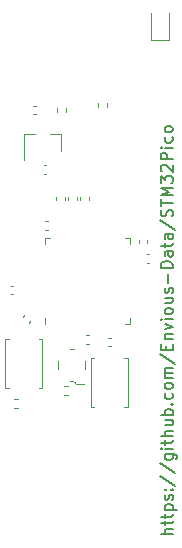
<source format=gto>
G04 #@! TF.GenerationSoftware,KiCad,Pcbnew,(5.1.10)-1*
G04 #@! TF.CreationDate,2021-07-31T08:12:49+01:00*
G04 #@! TF.ProjectId,STM32Pico,53544d33-3250-4696-936f-2e6b69636164,REV1*
G04 #@! TF.SameCoordinates,Original*
G04 #@! TF.FileFunction,Legend,Top*
G04 #@! TF.FilePolarity,Positive*
%FSLAX46Y46*%
G04 Gerber Fmt 4.6, Leading zero omitted, Abs format (unit mm)*
G04 Created by KiCad (PCBNEW (5.1.10)-1) date 2021-07-31 08:12:49*
%MOMM*%
%LPD*%
G01*
G04 APERTURE LIST*
%ADD10C,0.150000*%
%ADD11C,0.120000*%
%ADD12C,0.752000*%
%ADD13O,1.102000X2.202000*%
%ADD14O,1.102000X1.702000*%
%ADD15O,1.802000X1.802000*%
%ADD16C,1.802000*%
G04 APERTURE END LIST*
D10*
X110846240Y-103301115D02*
X109846240Y-103301115D01*
X110846240Y-102872543D02*
X110322431Y-102872543D01*
X110227193Y-102920162D01*
X110179574Y-103015400D01*
X110179574Y-103158258D01*
X110227193Y-103253496D01*
X110274812Y-103301115D01*
X110179574Y-102539210D02*
X110179574Y-102158258D01*
X109846240Y-102396353D02*
X110703383Y-102396353D01*
X110798621Y-102348734D01*
X110846240Y-102253496D01*
X110846240Y-102158258D01*
X110179574Y-101967781D02*
X110179574Y-101586829D01*
X109846240Y-101824924D02*
X110703383Y-101824924D01*
X110798621Y-101777305D01*
X110846240Y-101682067D01*
X110846240Y-101586829D01*
X110179574Y-101253496D02*
X111179574Y-101253496D01*
X110227193Y-101253496D02*
X110179574Y-101158258D01*
X110179574Y-100967781D01*
X110227193Y-100872543D01*
X110274812Y-100824924D01*
X110370050Y-100777305D01*
X110655764Y-100777305D01*
X110751002Y-100824924D01*
X110798621Y-100872543D01*
X110846240Y-100967781D01*
X110846240Y-101158258D01*
X110798621Y-101253496D01*
X110798621Y-100396353D02*
X110846240Y-100301115D01*
X110846240Y-100110639D01*
X110798621Y-100015400D01*
X110703383Y-99967781D01*
X110655764Y-99967781D01*
X110560526Y-100015400D01*
X110512907Y-100110639D01*
X110512907Y-100253496D01*
X110465288Y-100348734D01*
X110370050Y-100396353D01*
X110322431Y-100396353D01*
X110227193Y-100348734D01*
X110179574Y-100253496D01*
X110179574Y-100110639D01*
X110227193Y-100015400D01*
X110751002Y-99539210D02*
X110798621Y-99491591D01*
X110846240Y-99539210D01*
X110798621Y-99586829D01*
X110751002Y-99539210D01*
X110846240Y-99539210D01*
X110227193Y-99539210D02*
X110274812Y-99491591D01*
X110322431Y-99539210D01*
X110274812Y-99586829D01*
X110227193Y-99539210D01*
X110322431Y-99539210D01*
X109798621Y-98348734D02*
X111084336Y-99205877D01*
X109798621Y-97301115D02*
X111084336Y-98158258D01*
X110179574Y-96539210D02*
X110989098Y-96539210D01*
X111084336Y-96586829D01*
X111131955Y-96634448D01*
X111179574Y-96729686D01*
X111179574Y-96872543D01*
X111131955Y-96967781D01*
X110798621Y-96539210D02*
X110846240Y-96634448D01*
X110846240Y-96824924D01*
X110798621Y-96920162D01*
X110751002Y-96967781D01*
X110655764Y-97015400D01*
X110370050Y-97015400D01*
X110274812Y-96967781D01*
X110227193Y-96920162D01*
X110179574Y-96824924D01*
X110179574Y-96634448D01*
X110227193Y-96539210D01*
X110846240Y-96063020D02*
X110179574Y-96063020D01*
X109846240Y-96063020D02*
X109893860Y-96110639D01*
X109941479Y-96063020D01*
X109893860Y-96015400D01*
X109846240Y-96063020D01*
X109941479Y-96063020D01*
X110179574Y-95729686D02*
X110179574Y-95348734D01*
X109846240Y-95586829D02*
X110703383Y-95586829D01*
X110798621Y-95539210D01*
X110846240Y-95443972D01*
X110846240Y-95348734D01*
X110846240Y-95015400D02*
X109846240Y-95015400D01*
X110846240Y-94586829D02*
X110322431Y-94586829D01*
X110227193Y-94634448D01*
X110179574Y-94729686D01*
X110179574Y-94872543D01*
X110227193Y-94967781D01*
X110274812Y-95015400D01*
X110179574Y-93682067D02*
X110846240Y-93682067D01*
X110179574Y-94110639D02*
X110703383Y-94110639D01*
X110798621Y-94063020D01*
X110846240Y-93967781D01*
X110846240Y-93824924D01*
X110798621Y-93729686D01*
X110751002Y-93682067D01*
X110846240Y-93205877D02*
X109846240Y-93205877D01*
X110227193Y-93205877D02*
X110179574Y-93110639D01*
X110179574Y-92920162D01*
X110227193Y-92824924D01*
X110274812Y-92777305D01*
X110370050Y-92729686D01*
X110655764Y-92729686D01*
X110751002Y-92777305D01*
X110798621Y-92824924D01*
X110846240Y-92920162D01*
X110846240Y-93110639D01*
X110798621Y-93205877D01*
X110751002Y-92301115D02*
X110798621Y-92253496D01*
X110846240Y-92301115D01*
X110798621Y-92348734D01*
X110751002Y-92301115D01*
X110846240Y-92301115D01*
X110798621Y-91396353D02*
X110846240Y-91491591D01*
X110846240Y-91682067D01*
X110798621Y-91777305D01*
X110751002Y-91824924D01*
X110655764Y-91872543D01*
X110370050Y-91872543D01*
X110274812Y-91824924D01*
X110227193Y-91777305D01*
X110179574Y-91682067D01*
X110179574Y-91491591D01*
X110227193Y-91396353D01*
X110846240Y-90824924D02*
X110798621Y-90920162D01*
X110751002Y-90967781D01*
X110655764Y-91015400D01*
X110370050Y-91015400D01*
X110274812Y-90967781D01*
X110227193Y-90920162D01*
X110179574Y-90824924D01*
X110179574Y-90682067D01*
X110227193Y-90586829D01*
X110274812Y-90539210D01*
X110370050Y-90491591D01*
X110655764Y-90491591D01*
X110751002Y-90539210D01*
X110798621Y-90586829D01*
X110846240Y-90682067D01*
X110846240Y-90824924D01*
X110846240Y-90063020D02*
X110179574Y-90063020D01*
X110274812Y-90063020D02*
X110227193Y-90015400D01*
X110179574Y-89920162D01*
X110179574Y-89777305D01*
X110227193Y-89682067D01*
X110322431Y-89634448D01*
X110846240Y-89634448D01*
X110322431Y-89634448D02*
X110227193Y-89586829D01*
X110179574Y-89491591D01*
X110179574Y-89348734D01*
X110227193Y-89253496D01*
X110322431Y-89205877D01*
X110846240Y-89205877D01*
X109798621Y-88015400D02*
X111084336Y-88872543D01*
X110322431Y-87682067D02*
X110322431Y-87348734D01*
X110846240Y-87205877D02*
X110846240Y-87682067D01*
X109846240Y-87682067D01*
X109846240Y-87205877D01*
X110179574Y-86777305D02*
X110846240Y-86777305D01*
X110274812Y-86777305D02*
X110227193Y-86729686D01*
X110179574Y-86634448D01*
X110179574Y-86491591D01*
X110227193Y-86396353D01*
X110322431Y-86348734D01*
X110846240Y-86348734D01*
X110179574Y-85967781D02*
X110846240Y-85729686D01*
X110179574Y-85491591D01*
X110846240Y-85110639D02*
X110179574Y-85110639D01*
X109846240Y-85110639D02*
X109893860Y-85158258D01*
X109941479Y-85110639D01*
X109893860Y-85063020D01*
X109846240Y-85110639D01*
X109941479Y-85110639D01*
X110846240Y-84491591D02*
X110798621Y-84586829D01*
X110751002Y-84634448D01*
X110655764Y-84682067D01*
X110370050Y-84682067D01*
X110274812Y-84634448D01*
X110227193Y-84586829D01*
X110179574Y-84491591D01*
X110179574Y-84348734D01*
X110227193Y-84253496D01*
X110274812Y-84205877D01*
X110370050Y-84158258D01*
X110655764Y-84158258D01*
X110751002Y-84205877D01*
X110798621Y-84253496D01*
X110846240Y-84348734D01*
X110846240Y-84491591D01*
X110179574Y-83301115D02*
X110846240Y-83301115D01*
X110179574Y-83729686D02*
X110703383Y-83729686D01*
X110798621Y-83682067D01*
X110846240Y-83586829D01*
X110846240Y-83443972D01*
X110798621Y-83348734D01*
X110751002Y-83301115D01*
X110798621Y-82872543D02*
X110846240Y-82777305D01*
X110846240Y-82586829D01*
X110798621Y-82491591D01*
X110703383Y-82443972D01*
X110655764Y-82443972D01*
X110560526Y-82491591D01*
X110512907Y-82586829D01*
X110512907Y-82729686D01*
X110465288Y-82824924D01*
X110370050Y-82872543D01*
X110322431Y-82872543D01*
X110227193Y-82824924D01*
X110179574Y-82729686D01*
X110179574Y-82586829D01*
X110227193Y-82491591D01*
X110465288Y-82015400D02*
X110465288Y-81253496D01*
X110846240Y-80777305D02*
X109846240Y-80777305D01*
X109846240Y-80539210D01*
X109893860Y-80396353D01*
X109989098Y-80301115D01*
X110084336Y-80253496D01*
X110274812Y-80205877D01*
X110417669Y-80205877D01*
X110608145Y-80253496D01*
X110703383Y-80301115D01*
X110798621Y-80396353D01*
X110846240Y-80539210D01*
X110846240Y-80777305D01*
X110846240Y-79348734D02*
X110322431Y-79348734D01*
X110227193Y-79396353D01*
X110179574Y-79491591D01*
X110179574Y-79682067D01*
X110227193Y-79777305D01*
X110798621Y-79348734D02*
X110846240Y-79443972D01*
X110846240Y-79682067D01*
X110798621Y-79777305D01*
X110703383Y-79824924D01*
X110608145Y-79824924D01*
X110512907Y-79777305D01*
X110465288Y-79682067D01*
X110465288Y-79443972D01*
X110417669Y-79348734D01*
X110179574Y-79015400D02*
X110179574Y-78634448D01*
X109846240Y-78872543D02*
X110703383Y-78872543D01*
X110798621Y-78824924D01*
X110846240Y-78729686D01*
X110846240Y-78634448D01*
X110846240Y-77872543D02*
X110322431Y-77872543D01*
X110227193Y-77920162D01*
X110179574Y-78015400D01*
X110179574Y-78205877D01*
X110227193Y-78301115D01*
X110798621Y-77872543D02*
X110846240Y-77967781D01*
X110846240Y-78205877D01*
X110798621Y-78301115D01*
X110703383Y-78348734D01*
X110608145Y-78348734D01*
X110512907Y-78301115D01*
X110465288Y-78205877D01*
X110465288Y-77967781D01*
X110417669Y-77872543D01*
X109798621Y-76682067D02*
X111084336Y-77539210D01*
X110798621Y-76396353D02*
X110846240Y-76253496D01*
X110846240Y-76015400D01*
X110798621Y-75920162D01*
X110751002Y-75872543D01*
X110655764Y-75824924D01*
X110560526Y-75824924D01*
X110465288Y-75872543D01*
X110417669Y-75920162D01*
X110370050Y-76015400D01*
X110322431Y-76205877D01*
X110274812Y-76301115D01*
X110227193Y-76348734D01*
X110131955Y-76396353D01*
X110036717Y-76396353D01*
X109941479Y-76348734D01*
X109893860Y-76301115D01*
X109846240Y-76205877D01*
X109846240Y-75967781D01*
X109893860Y-75824924D01*
X109846240Y-75539210D02*
X109846240Y-74967781D01*
X110846240Y-75253496D02*
X109846240Y-75253496D01*
X110846240Y-74634448D02*
X109846240Y-74634448D01*
X110560526Y-74301115D01*
X109846240Y-73967781D01*
X110846240Y-73967781D01*
X109846240Y-73586829D02*
X109846240Y-72967781D01*
X110227193Y-73301115D01*
X110227193Y-73158258D01*
X110274812Y-73063020D01*
X110322431Y-73015400D01*
X110417669Y-72967781D01*
X110655764Y-72967781D01*
X110751002Y-73015400D01*
X110798621Y-73063020D01*
X110846240Y-73158258D01*
X110846240Y-73443972D01*
X110798621Y-73539210D01*
X110751002Y-73586829D01*
X109941479Y-72586829D02*
X109893860Y-72539210D01*
X109846240Y-72443972D01*
X109846240Y-72205877D01*
X109893860Y-72110639D01*
X109941479Y-72063020D01*
X110036717Y-72015400D01*
X110131955Y-72015400D01*
X110274812Y-72063020D01*
X110846240Y-72634448D01*
X110846240Y-72015400D01*
X110846240Y-71586829D02*
X109846240Y-71586829D01*
X109846240Y-71205877D01*
X109893860Y-71110639D01*
X109941479Y-71063020D01*
X110036717Y-71015400D01*
X110179574Y-71015400D01*
X110274812Y-71063020D01*
X110322431Y-71110639D01*
X110370050Y-71205877D01*
X110370050Y-71586829D01*
X110846240Y-70586829D02*
X110179574Y-70586829D01*
X109846240Y-70586829D02*
X109893860Y-70634448D01*
X109941479Y-70586829D01*
X109893860Y-70539210D01*
X109846240Y-70586829D01*
X109941479Y-70586829D01*
X110798621Y-69682067D02*
X110846240Y-69777305D01*
X110846240Y-69967781D01*
X110798621Y-70063020D01*
X110751002Y-70110639D01*
X110655764Y-70158258D01*
X110370050Y-70158258D01*
X110274812Y-70110639D01*
X110227193Y-70063020D01*
X110179574Y-69967781D01*
X110179574Y-69777305D01*
X110227193Y-69682067D01*
X110846240Y-69110639D02*
X110798621Y-69205877D01*
X110751002Y-69253496D01*
X110655764Y-69301115D01*
X110370050Y-69301115D01*
X110274812Y-69253496D01*
X110227193Y-69205877D01*
X110179574Y-69110639D01*
X110179574Y-68967781D01*
X110227193Y-68872543D01*
X110274812Y-68824924D01*
X110370050Y-68777305D01*
X110655764Y-68777305D01*
X110751002Y-68824924D01*
X110798621Y-68872543D01*
X110846240Y-68967781D01*
X110846240Y-69110639D01*
D11*
X103914040Y-92575480D02*
X103914040Y-88435480D01*
X106754040Y-88435480D02*
X107054040Y-88435480D01*
X107054040Y-88435480D02*
X107054040Y-92575480D01*
X104214040Y-92575480D02*
X103914040Y-92575480D01*
X107054040Y-92575480D02*
X106754040Y-92575480D01*
X103914040Y-88435480D02*
X104214040Y-88435480D01*
X99799800Y-86792100D02*
X99799800Y-90932100D01*
X96959800Y-90932100D02*
X96659800Y-90932100D01*
X96659800Y-90932100D02*
X96659800Y-86792100D01*
X99499800Y-86792100D02*
X99799800Y-86792100D01*
X96659800Y-86792100D02*
X96959800Y-86792100D01*
X99799800Y-90932100D02*
X99499800Y-90932100D01*
X102463800Y-87644340D02*
X102123800Y-87644340D01*
X102453800Y-90364340D02*
X102123800Y-90364340D01*
X101183800Y-88684340D02*
X101183800Y-89324340D01*
X103403800Y-88684340D02*
X103403800Y-89324340D01*
X102673800Y-90564340D02*
X103363800Y-90564340D01*
X102673800Y-90564340D02*
G75*
G02*
X102453800Y-90364340I90000J320000D01*
G01*
X101435400Y-69433100D02*
X100505400Y-69433100D01*
X98275400Y-69433100D02*
X99205400Y-69433100D01*
X98275400Y-69433100D02*
X98275400Y-71593100D01*
X101435400Y-69433100D02*
X101435400Y-70893100D01*
X100030000Y-78739560D02*
X100030000Y-78264560D01*
X100030000Y-78264560D02*
X100505000Y-78264560D01*
X107250000Y-85009560D02*
X107250000Y-85484560D01*
X107250000Y-85484560D02*
X106775000Y-85484560D01*
X107250000Y-78739560D02*
X107250000Y-78264560D01*
X107250000Y-78264560D02*
X106775000Y-78264560D01*
X100030000Y-85009560D02*
X100030000Y-85484560D01*
X97748441Y-92607600D02*
X97441159Y-92607600D01*
X97748441Y-91847600D02*
X97441159Y-91847600D01*
X101990241Y-91566200D02*
X101682959Y-91566200D01*
X101990241Y-90806200D02*
X101682959Y-90806200D01*
X101759400Y-74725759D02*
X101759400Y-75033041D01*
X100999400Y-74725759D02*
X100999400Y-75033041D01*
X103031400Y-75033041D02*
X103031400Y-74725759D01*
X103791400Y-75033041D02*
X103791400Y-74725759D01*
X102015400Y-75033041D02*
X102015400Y-74725759D01*
X102775400Y-75033041D02*
X102775400Y-74725759D01*
X101080680Y-67575601D02*
X101080680Y-67268319D01*
X101840680Y-67575601D02*
X101840680Y-67268319D01*
X104514760Y-67103161D02*
X104514760Y-66795879D01*
X105274760Y-67103161D02*
X105274760Y-66795879D01*
X109051800Y-59195000D02*
X109051800Y-61480000D01*
X109051800Y-61480000D02*
X110521800Y-61480000D01*
X110521800Y-61480000D02*
X110521800Y-59195000D01*
X103727516Y-87177400D02*
X103511844Y-87177400D01*
X103727516Y-86457400D02*
X103511844Y-86457400D01*
X97372436Y-82986400D02*
X97156764Y-82986400D01*
X97372436Y-82266400D02*
X97156764Y-82266400D01*
X108699000Y-78429164D02*
X108699000Y-78644836D01*
X107979000Y-78429164D02*
X107979000Y-78644836D01*
X99023664Y-67039100D02*
X99239336Y-67039100D01*
X99023664Y-67759100D02*
X99239336Y-67759100D01*
X98142830Y-84896653D02*
X98295333Y-84744150D01*
X98651947Y-85405770D02*
X98804450Y-85253267D01*
X100268036Y-77550800D02*
X100052364Y-77550800D01*
X100268036Y-76830800D02*
X100052364Y-76830800D01*
X99925364Y-72055600D02*
X100141036Y-72055600D01*
X99925364Y-72775600D02*
X100141036Y-72775600D01*
X105411764Y-86686000D02*
X105627436Y-86686000D01*
X105411764Y-87406000D02*
X105627436Y-87406000D01*
X108853236Y-80344800D02*
X108637564Y-80344800D01*
X108853236Y-79624800D02*
X108637564Y-79624800D01*
%LPC*%
G36*
G01*
X100766000Y-64247200D02*
X100766000Y-65697200D01*
G75*
G02*
X100715000Y-65748200I-51000J0D01*
G01*
X100115000Y-65748200D01*
G75*
G02*
X100064000Y-65697200I0J51000D01*
G01*
X100064000Y-64247200D01*
G75*
G02*
X100115000Y-64196200I51000J0D01*
G01*
X100715000Y-64196200D01*
G75*
G02*
X100766000Y-64247200I0J-51000D01*
G01*
G37*
G36*
G01*
X107216000Y-64247200D02*
X107216000Y-65697200D01*
G75*
G02*
X107165000Y-65748200I-51000J0D01*
G01*
X106565000Y-65748200D01*
G75*
G02*
X106514000Y-65697200I0J51000D01*
G01*
X106514000Y-64247200D01*
G75*
G02*
X106565000Y-64196200I51000J0D01*
G01*
X107165000Y-64196200D01*
G75*
G02*
X107216000Y-64247200I0J-51000D01*
G01*
G37*
G36*
G01*
X101541000Y-64247200D02*
X101541000Y-65697200D01*
G75*
G02*
X101490000Y-65748200I-51000J0D01*
G01*
X100890000Y-65748200D01*
G75*
G02*
X100839000Y-65697200I0J51000D01*
G01*
X100839000Y-64247200D01*
G75*
G02*
X100890000Y-64196200I51000J0D01*
G01*
X101490000Y-64196200D01*
G75*
G02*
X101541000Y-64247200I0J-51000D01*
G01*
G37*
G36*
G01*
X106441000Y-64247200D02*
X106441000Y-65697200D01*
G75*
G02*
X106390000Y-65748200I-51000J0D01*
G01*
X105790000Y-65748200D01*
G75*
G02*
X105739000Y-65697200I0J51000D01*
G01*
X105739000Y-64247200D01*
G75*
G02*
X105790000Y-64196200I51000J0D01*
G01*
X106390000Y-64196200D01*
G75*
G02*
X106441000Y-64247200I0J-51000D01*
G01*
G37*
G36*
G01*
X105591000Y-64247200D02*
X105591000Y-65697200D01*
G75*
G02*
X105540000Y-65748200I-51000J0D01*
G01*
X105240000Y-65748200D01*
G75*
G02*
X105189000Y-65697200I0J51000D01*
G01*
X105189000Y-64247200D01*
G75*
G02*
X105240000Y-64196200I51000J0D01*
G01*
X105540000Y-64196200D01*
G75*
G02*
X105591000Y-64247200I0J-51000D01*
G01*
G37*
G36*
G01*
X102091000Y-64247200D02*
X102091000Y-65697200D01*
G75*
G02*
X102040000Y-65748200I-51000J0D01*
G01*
X101740000Y-65748200D01*
G75*
G02*
X101689000Y-65697200I0J51000D01*
G01*
X101689000Y-64247200D01*
G75*
G02*
X101740000Y-64196200I51000J0D01*
G01*
X102040000Y-64196200D01*
G75*
G02*
X102091000Y-64247200I0J-51000D01*
G01*
G37*
G36*
G01*
X105091000Y-64247200D02*
X105091000Y-65697200D01*
G75*
G02*
X105040000Y-65748200I-51000J0D01*
G01*
X104740000Y-65748200D01*
G75*
G02*
X104689000Y-65697200I0J51000D01*
G01*
X104689000Y-64247200D01*
G75*
G02*
X104740000Y-64196200I51000J0D01*
G01*
X105040000Y-64196200D01*
G75*
G02*
X105091000Y-64247200I0J-51000D01*
G01*
G37*
G36*
G01*
X102591000Y-64247200D02*
X102591000Y-65697200D01*
G75*
G02*
X102540000Y-65748200I-51000J0D01*
G01*
X102240000Y-65748200D01*
G75*
G02*
X102189000Y-65697200I0J51000D01*
G01*
X102189000Y-64247200D01*
G75*
G02*
X102240000Y-64196200I51000J0D01*
G01*
X102540000Y-64196200D01*
G75*
G02*
X102591000Y-64247200I0J-51000D01*
G01*
G37*
G36*
G01*
X104591000Y-64247200D02*
X104591000Y-65697200D01*
G75*
G02*
X104540000Y-65748200I-51000J0D01*
G01*
X104240000Y-65748200D01*
G75*
G02*
X104189000Y-65697200I0J51000D01*
G01*
X104189000Y-64247200D01*
G75*
G02*
X104240000Y-64196200I51000J0D01*
G01*
X104540000Y-64196200D01*
G75*
G02*
X104591000Y-64247200I0J-51000D01*
G01*
G37*
G36*
G01*
X103091000Y-64247200D02*
X103091000Y-65697200D01*
G75*
G02*
X103040000Y-65748200I-51000J0D01*
G01*
X102740000Y-65748200D01*
G75*
G02*
X102689000Y-65697200I0J51000D01*
G01*
X102689000Y-64247200D01*
G75*
G02*
X102740000Y-64196200I51000J0D01*
G01*
X103040000Y-64196200D01*
G75*
G02*
X103091000Y-64247200I0J-51000D01*
G01*
G37*
G36*
G01*
X103591000Y-64247200D02*
X103591000Y-65697200D01*
G75*
G02*
X103540000Y-65748200I-51000J0D01*
G01*
X103240000Y-65748200D01*
G75*
G02*
X103189000Y-65697200I0J51000D01*
G01*
X103189000Y-64247200D01*
G75*
G02*
X103240000Y-64196200I51000J0D01*
G01*
X103540000Y-64196200D01*
G75*
G02*
X103591000Y-64247200I0J-51000D01*
G01*
G37*
G36*
G01*
X104091000Y-64247200D02*
X104091000Y-65697200D01*
G75*
G02*
X104040000Y-65748200I-51000J0D01*
G01*
X103740000Y-65748200D01*
G75*
G02*
X103689000Y-65697200I0J51000D01*
G01*
X103689000Y-64247200D01*
G75*
G02*
X103740000Y-64196200I51000J0D01*
G01*
X104040000Y-64196200D01*
G75*
G02*
X104091000Y-64247200I0J-51000D01*
G01*
G37*
D12*
X100750000Y-63527200D03*
X106530000Y-63527200D03*
D13*
X107960000Y-64057200D03*
X99320000Y-64057200D03*
D14*
X107960000Y-59877200D03*
X99320000Y-59877200D03*
G36*
G01*
X106309540Y-93056480D02*
X104658540Y-93056480D01*
G75*
G02*
X104433040Y-92830980I0J225500D01*
G01*
X104433040Y-92379980D01*
G75*
G02*
X104658540Y-92154480I225500J0D01*
G01*
X106309540Y-92154480D01*
G75*
G02*
X106535040Y-92379980I0J-225500D01*
G01*
X106535040Y-92830980D01*
G75*
G02*
X106309540Y-93056480I-225500J0D01*
G01*
G37*
G36*
G01*
X106309540Y-88856480D02*
X104658540Y-88856480D01*
G75*
G02*
X104433040Y-88630980I0J225500D01*
G01*
X104433040Y-88179980D01*
G75*
G02*
X104658540Y-87954480I225500J0D01*
G01*
X106309540Y-87954480D01*
G75*
G02*
X106535040Y-88179980I0J-225500D01*
G01*
X106535040Y-88630980D01*
G75*
G02*
X106309540Y-88856480I-225500J0D01*
G01*
G37*
G36*
G01*
X97404300Y-86311100D02*
X99055300Y-86311100D01*
G75*
G02*
X99280800Y-86536600I0J-225500D01*
G01*
X99280800Y-86987600D01*
G75*
G02*
X99055300Y-87213100I-225500J0D01*
G01*
X97404300Y-87213100D01*
G75*
G02*
X97178800Y-86987600I0J225500D01*
G01*
X97178800Y-86536600D01*
G75*
G02*
X97404300Y-86311100I225500J0D01*
G01*
G37*
G36*
G01*
X97404300Y-90511100D02*
X99055300Y-90511100D01*
G75*
G02*
X99280800Y-90736600I0J-225500D01*
G01*
X99280800Y-91187600D01*
G75*
G02*
X99055300Y-91413100I-225500J0D01*
G01*
X97404300Y-91413100D01*
G75*
G02*
X97178800Y-91187600I0J225500D01*
G01*
X97178800Y-90736600D01*
G75*
G02*
X97404300Y-90511100I225500J0D01*
G01*
G37*
G36*
G01*
X102019800Y-87803840D02*
X102019800Y-88354840D01*
G75*
G02*
X101794300Y-88580340I-225500J0D01*
G01*
X101343300Y-88580340D01*
G75*
G02*
X101117800Y-88354840I0J225500D01*
G01*
X101117800Y-87803840D01*
G75*
G02*
X101343300Y-87578340I225500J0D01*
G01*
X101794300Y-87578340D01*
G75*
G02*
X102019800Y-87803840I0J-225500D01*
G01*
G37*
G36*
G01*
X103469800Y-87803840D02*
X103469800Y-88354840D01*
G75*
G02*
X103244300Y-88580340I-225500J0D01*
G01*
X102793300Y-88580340D01*
G75*
G02*
X102567800Y-88354840I0J225500D01*
G01*
X102567800Y-87803840D01*
G75*
G02*
X102793300Y-87578340I225500J0D01*
G01*
X103244300Y-87578340D01*
G75*
G02*
X103469800Y-87803840I0J-225500D01*
G01*
G37*
G36*
G01*
X102019800Y-89653840D02*
X102019800Y-90204840D01*
G75*
G02*
X101794300Y-90430340I-225500J0D01*
G01*
X101343300Y-90430340D01*
G75*
G02*
X101117800Y-90204840I0J225500D01*
G01*
X101117800Y-89653840D01*
G75*
G02*
X101343300Y-89428340I225500J0D01*
G01*
X101794300Y-89428340D01*
G75*
G02*
X102019800Y-89653840I0J-225500D01*
G01*
G37*
G36*
G01*
X103469800Y-89653840D02*
X103469800Y-90204840D01*
G75*
G02*
X103244300Y-90430340I-225500J0D01*
G01*
X102793300Y-90430340D01*
G75*
G02*
X102567800Y-90204840I0J225500D01*
G01*
X102567800Y-89653840D01*
G75*
G02*
X102793300Y-89428340I225500J0D01*
G01*
X103244300Y-89428340D01*
G75*
G02*
X103469800Y-89653840I0J-225500D01*
G01*
G37*
G36*
G01*
X100255400Y-69694100D02*
X99455400Y-69694100D01*
G75*
G02*
X99404400Y-69643100I0J51000D01*
G01*
X99404400Y-68743100D01*
G75*
G02*
X99455400Y-68692100I51000J0D01*
G01*
X100255400Y-68692100D01*
G75*
G02*
X100306400Y-68743100I0J-51000D01*
G01*
X100306400Y-69643100D01*
G75*
G02*
X100255400Y-69694100I-51000J0D01*
G01*
G37*
G36*
G01*
X101205400Y-71694100D02*
X100405400Y-71694100D01*
G75*
G02*
X100354400Y-71643100I0J51000D01*
G01*
X100354400Y-70743100D01*
G75*
G02*
X100405400Y-70692100I51000J0D01*
G01*
X101205400Y-70692100D01*
G75*
G02*
X101256400Y-70743100I0J-51000D01*
G01*
X101256400Y-71643100D01*
G75*
G02*
X101205400Y-71694100I-51000J0D01*
G01*
G37*
G36*
G01*
X99305400Y-71694100D02*
X98505400Y-71694100D01*
G75*
G02*
X98454400Y-71643100I0J51000D01*
G01*
X98454400Y-70743100D01*
G75*
G02*
X98505400Y-70692100I51000J0D01*
G01*
X99305400Y-70692100D01*
G75*
G02*
X99356400Y-70743100I0J-51000D01*
G01*
X99356400Y-71643100D01*
G75*
G02*
X99305400Y-71694100I-51000J0D01*
G01*
G37*
G36*
G01*
X106440000Y-84725560D02*
X100840000Y-84725560D01*
G75*
G02*
X100789000Y-84674560I0J51000D01*
G01*
X100789000Y-79074560D01*
G75*
G02*
X100840000Y-79023560I51000J0D01*
G01*
X106440000Y-79023560D01*
G75*
G02*
X106491000Y-79074560I0J-51000D01*
G01*
X106491000Y-84674560D01*
G75*
G02*
X106440000Y-84725560I-51000J0D01*
G01*
G37*
G36*
G01*
X100603000Y-84800560D02*
X99802000Y-84800560D01*
G75*
G02*
X99714000Y-84712560I0J88000D01*
G01*
X99714000Y-84536560D01*
G75*
G02*
X99802000Y-84448560I88000J0D01*
G01*
X100603000Y-84448560D01*
G75*
G02*
X100691000Y-84536560I0J-88000D01*
G01*
X100691000Y-84712560D01*
G75*
G02*
X100603000Y-84800560I-88000J0D01*
G01*
G37*
G36*
G01*
X100603000Y-84300560D02*
X99802000Y-84300560D01*
G75*
G02*
X99714000Y-84212560I0J88000D01*
G01*
X99714000Y-84036560D01*
G75*
G02*
X99802000Y-83948560I88000J0D01*
G01*
X100603000Y-83948560D01*
G75*
G02*
X100691000Y-84036560I0J-88000D01*
G01*
X100691000Y-84212560D01*
G75*
G02*
X100603000Y-84300560I-88000J0D01*
G01*
G37*
G36*
G01*
X100603000Y-83800560D02*
X99802000Y-83800560D01*
G75*
G02*
X99714000Y-83712560I0J88000D01*
G01*
X99714000Y-83536560D01*
G75*
G02*
X99802000Y-83448560I88000J0D01*
G01*
X100603000Y-83448560D01*
G75*
G02*
X100691000Y-83536560I0J-88000D01*
G01*
X100691000Y-83712560D01*
G75*
G02*
X100603000Y-83800560I-88000J0D01*
G01*
G37*
G36*
G01*
X100603000Y-83300560D02*
X99802000Y-83300560D01*
G75*
G02*
X99714000Y-83212560I0J88000D01*
G01*
X99714000Y-83036560D01*
G75*
G02*
X99802000Y-82948560I88000J0D01*
G01*
X100603000Y-82948560D01*
G75*
G02*
X100691000Y-83036560I0J-88000D01*
G01*
X100691000Y-83212560D01*
G75*
G02*
X100603000Y-83300560I-88000J0D01*
G01*
G37*
G36*
G01*
X100603000Y-82800560D02*
X99802000Y-82800560D01*
G75*
G02*
X99714000Y-82712560I0J88000D01*
G01*
X99714000Y-82536560D01*
G75*
G02*
X99802000Y-82448560I88000J0D01*
G01*
X100603000Y-82448560D01*
G75*
G02*
X100691000Y-82536560I0J-88000D01*
G01*
X100691000Y-82712560D01*
G75*
G02*
X100603000Y-82800560I-88000J0D01*
G01*
G37*
G36*
G01*
X100603000Y-82300560D02*
X99802000Y-82300560D01*
G75*
G02*
X99714000Y-82212560I0J88000D01*
G01*
X99714000Y-82036560D01*
G75*
G02*
X99802000Y-81948560I88000J0D01*
G01*
X100603000Y-81948560D01*
G75*
G02*
X100691000Y-82036560I0J-88000D01*
G01*
X100691000Y-82212560D01*
G75*
G02*
X100603000Y-82300560I-88000J0D01*
G01*
G37*
G36*
G01*
X100603000Y-81800560D02*
X99802000Y-81800560D01*
G75*
G02*
X99714000Y-81712560I0J88000D01*
G01*
X99714000Y-81536560D01*
G75*
G02*
X99802000Y-81448560I88000J0D01*
G01*
X100603000Y-81448560D01*
G75*
G02*
X100691000Y-81536560I0J-88000D01*
G01*
X100691000Y-81712560D01*
G75*
G02*
X100603000Y-81800560I-88000J0D01*
G01*
G37*
G36*
G01*
X100603000Y-81300560D02*
X99802000Y-81300560D01*
G75*
G02*
X99714000Y-81212560I0J88000D01*
G01*
X99714000Y-81036560D01*
G75*
G02*
X99802000Y-80948560I88000J0D01*
G01*
X100603000Y-80948560D01*
G75*
G02*
X100691000Y-81036560I0J-88000D01*
G01*
X100691000Y-81212560D01*
G75*
G02*
X100603000Y-81300560I-88000J0D01*
G01*
G37*
G36*
G01*
X100603000Y-80800560D02*
X99802000Y-80800560D01*
G75*
G02*
X99714000Y-80712560I0J88000D01*
G01*
X99714000Y-80536560D01*
G75*
G02*
X99802000Y-80448560I88000J0D01*
G01*
X100603000Y-80448560D01*
G75*
G02*
X100691000Y-80536560I0J-88000D01*
G01*
X100691000Y-80712560D01*
G75*
G02*
X100603000Y-80800560I-88000J0D01*
G01*
G37*
G36*
G01*
X100603000Y-80300560D02*
X99802000Y-80300560D01*
G75*
G02*
X99714000Y-80212560I0J88000D01*
G01*
X99714000Y-80036560D01*
G75*
G02*
X99802000Y-79948560I88000J0D01*
G01*
X100603000Y-79948560D01*
G75*
G02*
X100691000Y-80036560I0J-88000D01*
G01*
X100691000Y-80212560D01*
G75*
G02*
X100603000Y-80300560I-88000J0D01*
G01*
G37*
G36*
G01*
X100603000Y-79800560D02*
X99802000Y-79800560D01*
G75*
G02*
X99714000Y-79712560I0J88000D01*
G01*
X99714000Y-79536560D01*
G75*
G02*
X99802000Y-79448560I88000J0D01*
G01*
X100603000Y-79448560D01*
G75*
G02*
X100691000Y-79536560I0J-88000D01*
G01*
X100691000Y-79712560D01*
G75*
G02*
X100603000Y-79800560I-88000J0D01*
G01*
G37*
G36*
G01*
X100603000Y-79300560D02*
X99802000Y-79300560D01*
G75*
G02*
X99714000Y-79212560I0J88000D01*
G01*
X99714000Y-79036560D01*
G75*
G02*
X99802000Y-78948560I88000J0D01*
G01*
X100603000Y-78948560D01*
G75*
G02*
X100691000Y-79036560I0J-88000D01*
G01*
X100691000Y-79212560D01*
G75*
G02*
X100603000Y-79300560I-88000J0D01*
G01*
G37*
G36*
G01*
X100978000Y-78925560D02*
X100802000Y-78925560D01*
G75*
G02*
X100714000Y-78837560I0J88000D01*
G01*
X100714000Y-78036560D01*
G75*
G02*
X100802000Y-77948560I88000J0D01*
G01*
X100978000Y-77948560D01*
G75*
G02*
X101066000Y-78036560I0J-88000D01*
G01*
X101066000Y-78837560D01*
G75*
G02*
X100978000Y-78925560I-88000J0D01*
G01*
G37*
G36*
G01*
X101478000Y-78925560D02*
X101302000Y-78925560D01*
G75*
G02*
X101214000Y-78837560I0J88000D01*
G01*
X101214000Y-78036560D01*
G75*
G02*
X101302000Y-77948560I88000J0D01*
G01*
X101478000Y-77948560D01*
G75*
G02*
X101566000Y-78036560I0J-88000D01*
G01*
X101566000Y-78837560D01*
G75*
G02*
X101478000Y-78925560I-88000J0D01*
G01*
G37*
G36*
G01*
X101978000Y-78925560D02*
X101802000Y-78925560D01*
G75*
G02*
X101714000Y-78837560I0J88000D01*
G01*
X101714000Y-78036560D01*
G75*
G02*
X101802000Y-77948560I88000J0D01*
G01*
X101978000Y-77948560D01*
G75*
G02*
X102066000Y-78036560I0J-88000D01*
G01*
X102066000Y-78837560D01*
G75*
G02*
X101978000Y-78925560I-88000J0D01*
G01*
G37*
G36*
G01*
X102478000Y-78925560D02*
X102302000Y-78925560D01*
G75*
G02*
X102214000Y-78837560I0J88000D01*
G01*
X102214000Y-78036560D01*
G75*
G02*
X102302000Y-77948560I88000J0D01*
G01*
X102478000Y-77948560D01*
G75*
G02*
X102566000Y-78036560I0J-88000D01*
G01*
X102566000Y-78837560D01*
G75*
G02*
X102478000Y-78925560I-88000J0D01*
G01*
G37*
G36*
G01*
X102978000Y-78925560D02*
X102802000Y-78925560D01*
G75*
G02*
X102714000Y-78837560I0J88000D01*
G01*
X102714000Y-78036560D01*
G75*
G02*
X102802000Y-77948560I88000J0D01*
G01*
X102978000Y-77948560D01*
G75*
G02*
X103066000Y-78036560I0J-88000D01*
G01*
X103066000Y-78837560D01*
G75*
G02*
X102978000Y-78925560I-88000J0D01*
G01*
G37*
G36*
G01*
X103478000Y-78925560D02*
X103302000Y-78925560D01*
G75*
G02*
X103214000Y-78837560I0J88000D01*
G01*
X103214000Y-78036560D01*
G75*
G02*
X103302000Y-77948560I88000J0D01*
G01*
X103478000Y-77948560D01*
G75*
G02*
X103566000Y-78036560I0J-88000D01*
G01*
X103566000Y-78837560D01*
G75*
G02*
X103478000Y-78925560I-88000J0D01*
G01*
G37*
G36*
G01*
X103978000Y-78925560D02*
X103802000Y-78925560D01*
G75*
G02*
X103714000Y-78837560I0J88000D01*
G01*
X103714000Y-78036560D01*
G75*
G02*
X103802000Y-77948560I88000J0D01*
G01*
X103978000Y-77948560D01*
G75*
G02*
X104066000Y-78036560I0J-88000D01*
G01*
X104066000Y-78837560D01*
G75*
G02*
X103978000Y-78925560I-88000J0D01*
G01*
G37*
G36*
G01*
X104478000Y-78925560D02*
X104302000Y-78925560D01*
G75*
G02*
X104214000Y-78837560I0J88000D01*
G01*
X104214000Y-78036560D01*
G75*
G02*
X104302000Y-77948560I88000J0D01*
G01*
X104478000Y-77948560D01*
G75*
G02*
X104566000Y-78036560I0J-88000D01*
G01*
X104566000Y-78837560D01*
G75*
G02*
X104478000Y-78925560I-88000J0D01*
G01*
G37*
G36*
G01*
X104978000Y-78925560D02*
X104802000Y-78925560D01*
G75*
G02*
X104714000Y-78837560I0J88000D01*
G01*
X104714000Y-78036560D01*
G75*
G02*
X104802000Y-77948560I88000J0D01*
G01*
X104978000Y-77948560D01*
G75*
G02*
X105066000Y-78036560I0J-88000D01*
G01*
X105066000Y-78837560D01*
G75*
G02*
X104978000Y-78925560I-88000J0D01*
G01*
G37*
G36*
G01*
X105478000Y-78925560D02*
X105302000Y-78925560D01*
G75*
G02*
X105214000Y-78837560I0J88000D01*
G01*
X105214000Y-78036560D01*
G75*
G02*
X105302000Y-77948560I88000J0D01*
G01*
X105478000Y-77948560D01*
G75*
G02*
X105566000Y-78036560I0J-88000D01*
G01*
X105566000Y-78837560D01*
G75*
G02*
X105478000Y-78925560I-88000J0D01*
G01*
G37*
G36*
G01*
X105978000Y-78925560D02*
X105802000Y-78925560D01*
G75*
G02*
X105714000Y-78837560I0J88000D01*
G01*
X105714000Y-78036560D01*
G75*
G02*
X105802000Y-77948560I88000J0D01*
G01*
X105978000Y-77948560D01*
G75*
G02*
X106066000Y-78036560I0J-88000D01*
G01*
X106066000Y-78837560D01*
G75*
G02*
X105978000Y-78925560I-88000J0D01*
G01*
G37*
G36*
G01*
X106478000Y-78925560D02*
X106302000Y-78925560D01*
G75*
G02*
X106214000Y-78837560I0J88000D01*
G01*
X106214000Y-78036560D01*
G75*
G02*
X106302000Y-77948560I88000J0D01*
G01*
X106478000Y-77948560D01*
G75*
G02*
X106566000Y-78036560I0J-88000D01*
G01*
X106566000Y-78837560D01*
G75*
G02*
X106478000Y-78925560I-88000J0D01*
G01*
G37*
G36*
G01*
X107478000Y-79300560D02*
X106677000Y-79300560D01*
G75*
G02*
X106589000Y-79212560I0J88000D01*
G01*
X106589000Y-79036560D01*
G75*
G02*
X106677000Y-78948560I88000J0D01*
G01*
X107478000Y-78948560D01*
G75*
G02*
X107566000Y-79036560I0J-88000D01*
G01*
X107566000Y-79212560D01*
G75*
G02*
X107478000Y-79300560I-88000J0D01*
G01*
G37*
G36*
G01*
X107478000Y-79800560D02*
X106677000Y-79800560D01*
G75*
G02*
X106589000Y-79712560I0J88000D01*
G01*
X106589000Y-79536560D01*
G75*
G02*
X106677000Y-79448560I88000J0D01*
G01*
X107478000Y-79448560D01*
G75*
G02*
X107566000Y-79536560I0J-88000D01*
G01*
X107566000Y-79712560D01*
G75*
G02*
X107478000Y-79800560I-88000J0D01*
G01*
G37*
G36*
G01*
X107478000Y-80300560D02*
X106677000Y-80300560D01*
G75*
G02*
X106589000Y-80212560I0J88000D01*
G01*
X106589000Y-80036560D01*
G75*
G02*
X106677000Y-79948560I88000J0D01*
G01*
X107478000Y-79948560D01*
G75*
G02*
X107566000Y-80036560I0J-88000D01*
G01*
X107566000Y-80212560D01*
G75*
G02*
X107478000Y-80300560I-88000J0D01*
G01*
G37*
G36*
G01*
X107478000Y-80800560D02*
X106677000Y-80800560D01*
G75*
G02*
X106589000Y-80712560I0J88000D01*
G01*
X106589000Y-80536560D01*
G75*
G02*
X106677000Y-80448560I88000J0D01*
G01*
X107478000Y-80448560D01*
G75*
G02*
X107566000Y-80536560I0J-88000D01*
G01*
X107566000Y-80712560D01*
G75*
G02*
X107478000Y-80800560I-88000J0D01*
G01*
G37*
G36*
G01*
X107478000Y-81300560D02*
X106677000Y-81300560D01*
G75*
G02*
X106589000Y-81212560I0J88000D01*
G01*
X106589000Y-81036560D01*
G75*
G02*
X106677000Y-80948560I88000J0D01*
G01*
X107478000Y-80948560D01*
G75*
G02*
X107566000Y-81036560I0J-88000D01*
G01*
X107566000Y-81212560D01*
G75*
G02*
X107478000Y-81300560I-88000J0D01*
G01*
G37*
G36*
G01*
X107478000Y-81800560D02*
X106677000Y-81800560D01*
G75*
G02*
X106589000Y-81712560I0J88000D01*
G01*
X106589000Y-81536560D01*
G75*
G02*
X106677000Y-81448560I88000J0D01*
G01*
X107478000Y-81448560D01*
G75*
G02*
X107566000Y-81536560I0J-88000D01*
G01*
X107566000Y-81712560D01*
G75*
G02*
X107478000Y-81800560I-88000J0D01*
G01*
G37*
G36*
G01*
X107478000Y-82300560D02*
X106677000Y-82300560D01*
G75*
G02*
X106589000Y-82212560I0J88000D01*
G01*
X106589000Y-82036560D01*
G75*
G02*
X106677000Y-81948560I88000J0D01*
G01*
X107478000Y-81948560D01*
G75*
G02*
X107566000Y-82036560I0J-88000D01*
G01*
X107566000Y-82212560D01*
G75*
G02*
X107478000Y-82300560I-88000J0D01*
G01*
G37*
G36*
G01*
X107478000Y-82800560D02*
X106677000Y-82800560D01*
G75*
G02*
X106589000Y-82712560I0J88000D01*
G01*
X106589000Y-82536560D01*
G75*
G02*
X106677000Y-82448560I88000J0D01*
G01*
X107478000Y-82448560D01*
G75*
G02*
X107566000Y-82536560I0J-88000D01*
G01*
X107566000Y-82712560D01*
G75*
G02*
X107478000Y-82800560I-88000J0D01*
G01*
G37*
G36*
G01*
X107478000Y-83300560D02*
X106677000Y-83300560D01*
G75*
G02*
X106589000Y-83212560I0J88000D01*
G01*
X106589000Y-83036560D01*
G75*
G02*
X106677000Y-82948560I88000J0D01*
G01*
X107478000Y-82948560D01*
G75*
G02*
X107566000Y-83036560I0J-88000D01*
G01*
X107566000Y-83212560D01*
G75*
G02*
X107478000Y-83300560I-88000J0D01*
G01*
G37*
G36*
G01*
X107478000Y-83800560D02*
X106677000Y-83800560D01*
G75*
G02*
X106589000Y-83712560I0J88000D01*
G01*
X106589000Y-83536560D01*
G75*
G02*
X106677000Y-83448560I88000J0D01*
G01*
X107478000Y-83448560D01*
G75*
G02*
X107566000Y-83536560I0J-88000D01*
G01*
X107566000Y-83712560D01*
G75*
G02*
X107478000Y-83800560I-88000J0D01*
G01*
G37*
G36*
G01*
X107478000Y-84300560D02*
X106677000Y-84300560D01*
G75*
G02*
X106589000Y-84212560I0J88000D01*
G01*
X106589000Y-84036560D01*
G75*
G02*
X106677000Y-83948560I88000J0D01*
G01*
X107478000Y-83948560D01*
G75*
G02*
X107566000Y-84036560I0J-88000D01*
G01*
X107566000Y-84212560D01*
G75*
G02*
X107478000Y-84300560I-88000J0D01*
G01*
G37*
G36*
G01*
X107478000Y-84800560D02*
X106677000Y-84800560D01*
G75*
G02*
X106589000Y-84712560I0J88000D01*
G01*
X106589000Y-84536560D01*
G75*
G02*
X106677000Y-84448560I88000J0D01*
G01*
X107478000Y-84448560D01*
G75*
G02*
X107566000Y-84536560I0J-88000D01*
G01*
X107566000Y-84712560D01*
G75*
G02*
X107478000Y-84800560I-88000J0D01*
G01*
G37*
G36*
G01*
X106478000Y-85800560D02*
X106302000Y-85800560D01*
G75*
G02*
X106214000Y-85712560I0J88000D01*
G01*
X106214000Y-84911560D01*
G75*
G02*
X106302000Y-84823560I88000J0D01*
G01*
X106478000Y-84823560D01*
G75*
G02*
X106566000Y-84911560I0J-88000D01*
G01*
X106566000Y-85712560D01*
G75*
G02*
X106478000Y-85800560I-88000J0D01*
G01*
G37*
G36*
G01*
X105978000Y-85800560D02*
X105802000Y-85800560D01*
G75*
G02*
X105714000Y-85712560I0J88000D01*
G01*
X105714000Y-84911560D01*
G75*
G02*
X105802000Y-84823560I88000J0D01*
G01*
X105978000Y-84823560D01*
G75*
G02*
X106066000Y-84911560I0J-88000D01*
G01*
X106066000Y-85712560D01*
G75*
G02*
X105978000Y-85800560I-88000J0D01*
G01*
G37*
G36*
G01*
X105478000Y-85800560D02*
X105302000Y-85800560D01*
G75*
G02*
X105214000Y-85712560I0J88000D01*
G01*
X105214000Y-84911560D01*
G75*
G02*
X105302000Y-84823560I88000J0D01*
G01*
X105478000Y-84823560D01*
G75*
G02*
X105566000Y-84911560I0J-88000D01*
G01*
X105566000Y-85712560D01*
G75*
G02*
X105478000Y-85800560I-88000J0D01*
G01*
G37*
G36*
G01*
X104978000Y-85800560D02*
X104802000Y-85800560D01*
G75*
G02*
X104714000Y-85712560I0J88000D01*
G01*
X104714000Y-84911560D01*
G75*
G02*
X104802000Y-84823560I88000J0D01*
G01*
X104978000Y-84823560D01*
G75*
G02*
X105066000Y-84911560I0J-88000D01*
G01*
X105066000Y-85712560D01*
G75*
G02*
X104978000Y-85800560I-88000J0D01*
G01*
G37*
G36*
G01*
X104478000Y-85800560D02*
X104302000Y-85800560D01*
G75*
G02*
X104214000Y-85712560I0J88000D01*
G01*
X104214000Y-84911560D01*
G75*
G02*
X104302000Y-84823560I88000J0D01*
G01*
X104478000Y-84823560D01*
G75*
G02*
X104566000Y-84911560I0J-88000D01*
G01*
X104566000Y-85712560D01*
G75*
G02*
X104478000Y-85800560I-88000J0D01*
G01*
G37*
G36*
G01*
X103978000Y-85800560D02*
X103802000Y-85800560D01*
G75*
G02*
X103714000Y-85712560I0J88000D01*
G01*
X103714000Y-84911560D01*
G75*
G02*
X103802000Y-84823560I88000J0D01*
G01*
X103978000Y-84823560D01*
G75*
G02*
X104066000Y-84911560I0J-88000D01*
G01*
X104066000Y-85712560D01*
G75*
G02*
X103978000Y-85800560I-88000J0D01*
G01*
G37*
G36*
G01*
X103478000Y-85800560D02*
X103302000Y-85800560D01*
G75*
G02*
X103214000Y-85712560I0J88000D01*
G01*
X103214000Y-84911560D01*
G75*
G02*
X103302000Y-84823560I88000J0D01*
G01*
X103478000Y-84823560D01*
G75*
G02*
X103566000Y-84911560I0J-88000D01*
G01*
X103566000Y-85712560D01*
G75*
G02*
X103478000Y-85800560I-88000J0D01*
G01*
G37*
G36*
G01*
X102978000Y-85800560D02*
X102802000Y-85800560D01*
G75*
G02*
X102714000Y-85712560I0J88000D01*
G01*
X102714000Y-84911560D01*
G75*
G02*
X102802000Y-84823560I88000J0D01*
G01*
X102978000Y-84823560D01*
G75*
G02*
X103066000Y-84911560I0J-88000D01*
G01*
X103066000Y-85712560D01*
G75*
G02*
X102978000Y-85800560I-88000J0D01*
G01*
G37*
G36*
G01*
X102478000Y-85800560D02*
X102302000Y-85800560D01*
G75*
G02*
X102214000Y-85712560I0J88000D01*
G01*
X102214000Y-84911560D01*
G75*
G02*
X102302000Y-84823560I88000J0D01*
G01*
X102478000Y-84823560D01*
G75*
G02*
X102566000Y-84911560I0J-88000D01*
G01*
X102566000Y-85712560D01*
G75*
G02*
X102478000Y-85800560I-88000J0D01*
G01*
G37*
G36*
G01*
X101978000Y-85800560D02*
X101802000Y-85800560D01*
G75*
G02*
X101714000Y-85712560I0J88000D01*
G01*
X101714000Y-84911560D01*
G75*
G02*
X101802000Y-84823560I88000J0D01*
G01*
X101978000Y-84823560D01*
G75*
G02*
X102066000Y-84911560I0J-88000D01*
G01*
X102066000Y-85712560D01*
G75*
G02*
X101978000Y-85800560I-88000J0D01*
G01*
G37*
G36*
G01*
X101478000Y-85800560D02*
X101302000Y-85800560D01*
G75*
G02*
X101214000Y-85712560I0J88000D01*
G01*
X101214000Y-84911560D01*
G75*
G02*
X101302000Y-84823560I88000J0D01*
G01*
X101478000Y-84823560D01*
G75*
G02*
X101566000Y-84911560I0J-88000D01*
G01*
X101566000Y-85712560D01*
G75*
G02*
X101478000Y-85800560I-88000J0D01*
G01*
G37*
G36*
G01*
X100978000Y-85800560D02*
X100802000Y-85800560D01*
G75*
G02*
X100714000Y-85712560I0J88000D01*
G01*
X100714000Y-84911560D01*
G75*
G02*
X100802000Y-84823560I88000J0D01*
G01*
X100978000Y-84823560D01*
G75*
G02*
X101066000Y-84911560I0J-88000D01*
G01*
X101066000Y-85712560D01*
G75*
G02*
X100978000Y-85800560I-88000J0D01*
G01*
G37*
G36*
G01*
X97405800Y-92017100D02*
X97405800Y-92438100D01*
G75*
G02*
X97245300Y-92598600I-160500J0D01*
G01*
X96924300Y-92598600D01*
G75*
G02*
X96763800Y-92438100I0J160500D01*
G01*
X96763800Y-92017100D01*
G75*
G02*
X96924300Y-91856600I160500J0D01*
G01*
X97245300Y-91856600D01*
G75*
G02*
X97405800Y-92017100I0J-160500D01*
G01*
G37*
G36*
G01*
X98425800Y-92017100D02*
X98425800Y-92438100D01*
G75*
G02*
X98265300Y-92598600I-160500J0D01*
G01*
X97944300Y-92598600D01*
G75*
G02*
X97783800Y-92438100I0J160500D01*
G01*
X97783800Y-92017100D01*
G75*
G02*
X97944300Y-91856600I160500J0D01*
G01*
X98265300Y-91856600D01*
G75*
G02*
X98425800Y-92017100I0J-160500D01*
G01*
G37*
G36*
G01*
X101647600Y-90975700D02*
X101647600Y-91396700D01*
G75*
G02*
X101487100Y-91557200I-160500J0D01*
G01*
X101166100Y-91557200D01*
G75*
G02*
X101005600Y-91396700I0J160500D01*
G01*
X101005600Y-90975700D01*
G75*
G02*
X101166100Y-90815200I160500J0D01*
G01*
X101487100Y-90815200D01*
G75*
G02*
X101647600Y-90975700I0J-160500D01*
G01*
G37*
G36*
G01*
X102667600Y-90975700D02*
X102667600Y-91396700D01*
G75*
G02*
X102507100Y-91557200I-160500J0D01*
G01*
X102186100Y-91557200D01*
G75*
G02*
X102025600Y-91396700I0J160500D01*
G01*
X102025600Y-90975700D01*
G75*
G02*
X102186100Y-90815200I160500J0D01*
G01*
X102507100Y-90815200D01*
G75*
G02*
X102667600Y-90975700I0J-160500D01*
G01*
G37*
G36*
G01*
X101168900Y-75068400D02*
X101589900Y-75068400D01*
G75*
G02*
X101750400Y-75228900I0J-160500D01*
G01*
X101750400Y-75549900D01*
G75*
G02*
X101589900Y-75710400I-160500J0D01*
G01*
X101168900Y-75710400D01*
G75*
G02*
X101008400Y-75549900I0J160500D01*
G01*
X101008400Y-75228900D01*
G75*
G02*
X101168900Y-75068400I160500J0D01*
G01*
G37*
G36*
G01*
X101168900Y-74048400D02*
X101589900Y-74048400D01*
G75*
G02*
X101750400Y-74208900I0J-160500D01*
G01*
X101750400Y-74529900D01*
G75*
G02*
X101589900Y-74690400I-160500J0D01*
G01*
X101168900Y-74690400D01*
G75*
G02*
X101008400Y-74529900I0J160500D01*
G01*
X101008400Y-74208900D01*
G75*
G02*
X101168900Y-74048400I160500J0D01*
G01*
G37*
G36*
G01*
X103621900Y-74690400D02*
X103200900Y-74690400D01*
G75*
G02*
X103040400Y-74529900I0J160500D01*
G01*
X103040400Y-74208900D01*
G75*
G02*
X103200900Y-74048400I160500J0D01*
G01*
X103621900Y-74048400D01*
G75*
G02*
X103782400Y-74208900I0J-160500D01*
G01*
X103782400Y-74529900D01*
G75*
G02*
X103621900Y-74690400I-160500J0D01*
G01*
G37*
G36*
G01*
X103621900Y-75710400D02*
X103200900Y-75710400D01*
G75*
G02*
X103040400Y-75549900I0J160500D01*
G01*
X103040400Y-75228900D01*
G75*
G02*
X103200900Y-75068400I160500J0D01*
G01*
X103621900Y-75068400D01*
G75*
G02*
X103782400Y-75228900I0J-160500D01*
G01*
X103782400Y-75549900D01*
G75*
G02*
X103621900Y-75710400I-160500J0D01*
G01*
G37*
G36*
G01*
X102605900Y-74690400D02*
X102184900Y-74690400D01*
G75*
G02*
X102024400Y-74529900I0J160500D01*
G01*
X102024400Y-74208900D01*
G75*
G02*
X102184900Y-74048400I160500J0D01*
G01*
X102605900Y-74048400D01*
G75*
G02*
X102766400Y-74208900I0J-160500D01*
G01*
X102766400Y-74529900D01*
G75*
G02*
X102605900Y-74690400I-160500J0D01*
G01*
G37*
G36*
G01*
X102605900Y-75710400D02*
X102184900Y-75710400D01*
G75*
G02*
X102024400Y-75549900I0J160500D01*
G01*
X102024400Y-75228900D01*
G75*
G02*
X102184900Y-75068400I160500J0D01*
G01*
X102605900Y-75068400D01*
G75*
G02*
X102766400Y-75228900I0J-160500D01*
G01*
X102766400Y-75549900D01*
G75*
G02*
X102605900Y-75710400I-160500J0D01*
G01*
G37*
G36*
G01*
X101671180Y-67232960D02*
X101250180Y-67232960D01*
G75*
G02*
X101089680Y-67072460I0J160500D01*
G01*
X101089680Y-66751460D01*
G75*
G02*
X101250180Y-66590960I160500J0D01*
G01*
X101671180Y-66590960D01*
G75*
G02*
X101831680Y-66751460I0J-160500D01*
G01*
X101831680Y-67072460D01*
G75*
G02*
X101671180Y-67232960I-160500J0D01*
G01*
G37*
G36*
G01*
X101671180Y-68252960D02*
X101250180Y-68252960D01*
G75*
G02*
X101089680Y-68092460I0J160500D01*
G01*
X101089680Y-67771460D01*
G75*
G02*
X101250180Y-67610960I160500J0D01*
G01*
X101671180Y-67610960D01*
G75*
G02*
X101831680Y-67771460I0J-160500D01*
G01*
X101831680Y-68092460D01*
G75*
G02*
X101671180Y-68252960I-160500J0D01*
G01*
G37*
G36*
G01*
X105105260Y-66760520D02*
X104684260Y-66760520D01*
G75*
G02*
X104523760Y-66600020I0J160500D01*
G01*
X104523760Y-66279020D01*
G75*
G02*
X104684260Y-66118520I160500J0D01*
G01*
X105105260Y-66118520D01*
G75*
G02*
X105265760Y-66279020I0J-160500D01*
G01*
X105265760Y-66600020D01*
G75*
G02*
X105105260Y-66760520I-160500J0D01*
G01*
G37*
G36*
G01*
X105105260Y-67780520D02*
X104684260Y-67780520D01*
G75*
G02*
X104523760Y-67620020I0J160500D01*
G01*
X104523760Y-67299020D01*
G75*
G02*
X104684260Y-67138520I160500J0D01*
G01*
X105105260Y-67138520D01*
G75*
G02*
X105265760Y-67299020I0J-160500D01*
G01*
X105265760Y-67620020D01*
G75*
G02*
X105105260Y-67780520I-160500J0D01*
G01*
G37*
G36*
G01*
X110068550Y-59696000D02*
X109505050Y-59696000D01*
G75*
G02*
X109260800Y-59451750I0J244250D01*
G01*
X109260800Y-58963250D01*
G75*
G02*
X109505050Y-58719000I244250J0D01*
G01*
X110068550Y-58719000D01*
G75*
G02*
X110312800Y-58963250I0J-244250D01*
G01*
X110312800Y-59451750D01*
G75*
G02*
X110068550Y-59696000I-244250J0D01*
G01*
G37*
G36*
G01*
X110068550Y-61271000D02*
X109505050Y-61271000D01*
G75*
G02*
X109260800Y-61026750I0J244250D01*
G01*
X109260800Y-60538250D01*
G75*
G02*
X109505050Y-60294000I244250J0D01*
G01*
X110068550Y-60294000D01*
G75*
G02*
X110312800Y-60538250I0J-244250D01*
G01*
X110312800Y-61026750D01*
G75*
G02*
X110068550Y-61271000I-244250J0D01*
G01*
G37*
G36*
G01*
X103470680Y-86621900D02*
X103470680Y-87012900D01*
G75*
G02*
X103305180Y-87178400I-165500J0D01*
G01*
X102974180Y-87178400D01*
G75*
G02*
X102808680Y-87012900I0J165500D01*
G01*
X102808680Y-86621900D01*
G75*
G02*
X102974180Y-86456400I165500J0D01*
G01*
X103305180Y-86456400D01*
G75*
G02*
X103470680Y-86621900I0J-165500D01*
G01*
G37*
G36*
G01*
X104430680Y-86621900D02*
X104430680Y-87012900D01*
G75*
G02*
X104265180Y-87178400I-165500J0D01*
G01*
X103934180Y-87178400D01*
G75*
G02*
X103768680Y-87012900I0J165500D01*
G01*
X103768680Y-86621900D01*
G75*
G02*
X103934180Y-86456400I165500J0D01*
G01*
X104265180Y-86456400D01*
G75*
G02*
X104430680Y-86621900I0J-165500D01*
G01*
G37*
G36*
G01*
X97115600Y-82430900D02*
X97115600Y-82821900D01*
G75*
G02*
X96950100Y-82987400I-165500J0D01*
G01*
X96619100Y-82987400D01*
G75*
G02*
X96453600Y-82821900I0J165500D01*
G01*
X96453600Y-82430900D01*
G75*
G02*
X96619100Y-82265400I165500J0D01*
G01*
X96950100Y-82265400D01*
G75*
G02*
X97115600Y-82430900I0J-165500D01*
G01*
G37*
G36*
G01*
X98075600Y-82430900D02*
X98075600Y-82821900D01*
G75*
G02*
X97910100Y-82987400I-165500J0D01*
G01*
X97579100Y-82987400D01*
G75*
G02*
X97413600Y-82821900I0J165500D01*
G01*
X97413600Y-82430900D01*
G75*
G02*
X97579100Y-82265400I165500J0D01*
G01*
X97910100Y-82265400D01*
G75*
G02*
X98075600Y-82430900I0J-165500D01*
G01*
G37*
G36*
G01*
X108143500Y-78686000D02*
X108534500Y-78686000D01*
G75*
G02*
X108700000Y-78851500I0J-165500D01*
G01*
X108700000Y-79182500D01*
G75*
G02*
X108534500Y-79348000I-165500J0D01*
G01*
X108143500Y-79348000D01*
G75*
G02*
X107978000Y-79182500I0J165500D01*
G01*
X107978000Y-78851500D01*
G75*
G02*
X108143500Y-78686000I165500J0D01*
G01*
G37*
G36*
G01*
X108143500Y-77726000D02*
X108534500Y-77726000D01*
G75*
G02*
X108700000Y-77891500I0J-165500D01*
G01*
X108700000Y-78222500D01*
G75*
G02*
X108534500Y-78388000I-165500J0D01*
G01*
X108143500Y-78388000D01*
G75*
G02*
X107978000Y-78222500I0J165500D01*
G01*
X107978000Y-77891500D01*
G75*
G02*
X108143500Y-77726000I165500J0D01*
G01*
G37*
G36*
G01*
X99280500Y-67594600D02*
X99280500Y-67203600D01*
G75*
G02*
X99446000Y-67038100I165500J0D01*
G01*
X99777000Y-67038100D01*
G75*
G02*
X99942500Y-67203600I0J-165500D01*
G01*
X99942500Y-67594600D01*
G75*
G02*
X99777000Y-67760100I-165500J0D01*
G01*
X99446000Y-67760100D01*
G75*
G02*
X99280500Y-67594600I0J165500D01*
G01*
G37*
G36*
G01*
X98320500Y-67594600D02*
X98320500Y-67203600D01*
G75*
G02*
X98486000Y-67038100I165500J0D01*
G01*
X98817000Y-67038100D01*
G75*
G02*
X98982500Y-67203600I0J-165500D01*
G01*
X98982500Y-67594600D01*
G75*
G02*
X98817000Y-67760100I-165500J0D01*
G01*
X98486000Y-67760100D01*
G75*
G02*
X98320500Y-67594600I0J165500D01*
G01*
G37*
G36*
G01*
X98717238Y-85107841D02*
X98440759Y-84831362D01*
G75*
G02*
X98440759Y-84597310I117026J117026D01*
G01*
X98674812Y-84363257D01*
G75*
G02*
X98908864Y-84363257I117026J-117026D01*
G01*
X99185343Y-84639736D01*
G75*
G02*
X99185343Y-84873788I-117026J-117026D01*
G01*
X98951290Y-85107841D01*
G75*
G02*
X98717238Y-85107841I-117026J117026D01*
G01*
G37*
G36*
G01*
X98038416Y-85786663D02*
X97761937Y-85510184D01*
G75*
G02*
X97761937Y-85276132I117026J117026D01*
G01*
X97995990Y-85042079D01*
G75*
G02*
X98230042Y-85042079I117026J-117026D01*
G01*
X98506521Y-85318558D01*
G75*
G02*
X98506521Y-85552610I-117026J-117026D01*
G01*
X98272468Y-85786663D01*
G75*
G02*
X98038416Y-85786663I-117026J117026D01*
G01*
G37*
G36*
G01*
X100011200Y-76995300D02*
X100011200Y-77386300D01*
G75*
G02*
X99845700Y-77551800I-165500J0D01*
G01*
X99514700Y-77551800D01*
G75*
G02*
X99349200Y-77386300I0J165500D01*
G01*
X99349200Y-76995300D01*
G75*
G02*
X99514700Y-76829800I165500J0D01*
G01*
X99845700Y-76829800D01*
G75*
G02*
X100011200Y-76995300I0J-165500D01*
G01*
G37*
G36*
G01*
X100971200Y-76995300D02*
X100971200Y-77386300D01*
G75*
G02*
X100805700Y-77551800I-165500J0D01*
G01*
X100474700Y-77551800D01*
G75*
G02*
X100309200Y-77386300I0J165500D01*
G01*
X100309200Y-76995300D01*
G75*
G02*
X100474700Y-76829800I165500J0D01*
G01*
X100805700Y-76829800D01*
G75*
G02*
X100971200Y-76995300I0J-165500D01*
G01*
G37*
G36*
G01*
X100182200Y-72611100D02*
X100182200Y-72220100D01*
G75*
G02*
X100347700Y-72054600I165500J0D01*
G01*
X100678700Y-72054600D01*
G75*
G02*
X100844200Y-72220100I0J-165500D01*
G01*
X100844200Y-72611100D01*
G75*
G02*
X100678700Y-72776600I-165500J0D01*
G01*
X100347700Y-72776600D01*
G75*
G02*
X100182200Y-72611100I0J165500D01*
G01*
G37*
G36*
G01*
X99222200Y-72611100D02*
X99222200Y-72220100D01*
G75*
G02*
X99387700Y-72054600I165500J0D01*
G01*
X99718700Y-72054600D01*
G75*
G02*
X99884200Y-72220100I0J-165500D01*
G01*
X99884200Y-72611100D01*
G75*
G02*
X99718700Y-72776600I-165500J0D01*
G01*
X99387700Y-72776600D01*
G75*
G02*
X99222200Y-72611100I0J165500D01*
G01*
G37*
G36*
G01*
X105668600Y-87241500D02*
X105668600Y-86850500D01*
G75*
G02*
X105834100Y-86685000I165500J0D01*
G01*
X106165100Y-86685000D01*
G75*
G02*
X106330600Y-86850500I0J-165500D01*
G01*
X106330600Y-87241500D01*
G75*
G02*
X106165100Y-87407000I-165500J0D01*
G01*
X105834100Y-87407000D01*
G75*
G02*
X105668600Y-87241500I0J165500D01*
G01*
G37*
G36*
G01*
X104708600Y-87241500D02*
X104708600Y-86850500D01*
G75*
G02*
X104874100Y-86685000I165500J0D01*
G01*
X105205100Y-86685000D01*
G75*
G02*
X105370600Y-86850500I0J-165500D01*
G01*
X105370600Y-87241500D01*
G75*
G02*
X105205100Y-87407000I-165500J0D01*
G01*
X104874100Y-87407000D01*
G75*
G02*
X104708600Y-87241500I0J165500D01*
G01*
G37*
G36*
G01*
X108596400Y-79789300D02*
X108596400Y-80180300D01*
G75*
G02*
X108430900Y-80345800I-165500J0D01*
G01*
X108099900Y-80345800D01*
G75*
G02*
X107934400Y-80180300I0J165500D01*
G01*
X107934400Y-79789300D01*
G75*
G02*
X108099900Y-79623800I165500J0D01*
G01*
X108430900Y-79623800D01*
G75*
G02*
X108596400Y-79789300I0J-165500D01*
G01*
G37*
G36*
G01*
X109556400Y-79789300D02*
X109556400Y-80180300D01*
G75*
G02*
X109390900Y-80345800I-165500J0D01*
G01*
X109059900Y-80345800D01*
G75*
G02*
X108894400Y-80180300I0J165500D01*
G01*
X108894400Y-79789300D01*
G75*
G02*
X109059900Y-79623800I165500J0D01*
G01*
X109390900Y-79623800D01*
G75*
G02*
X109556400Y-79789300I0J-165500D01*
G01*
G37*
D15*
X112550000Y-106985000D03*
X112550000Y-104445000D03*
G36*
G01*
X113451000Y-101055000D02*
X113451000Y-102755000D01*
G75*
G02*
X113400000Y-102806000I-51000J0D01*
G01*
X111700000Y-102806000D01*
G75*
G02*
X111649000Y-102755000I0J51000D01*
G01*
X111649000Y-101055000D01*
G75*
G02*
X111700000Y-101004000I51000J0D01*
G01*
X113400000Y-101004000D01*
G75*
G02*
X113451000Y-101055000I0J-51000D01*
G01*
G37*
X112550000Y-99365000D03*
X112550000Y-96825000D03*
X112550000Y-94285000D03*
X112550000Y-91745000D03*
G36*
G01*
X113451000Y-88355000D02*
X113451000Y-90055000D01*
G75*
G02*
X113400000Y-90106000I-51000J0D01*
G01*
X111700000Y-90106000D01*
G75*
G02*
X111649000Y-90055000I0J51000D01*
G01*
X111649000Y-88355000D01*
G75*
G02*
X111700000Y-88304000I51000J0D01*
G01*
X113400000Y-88304000D01*
G75*
G02*
X113451000Y-88355000I0J-51000D01*
G01*
G37*
X112550000Y-86665000D03*
X112550000Y-84125000D03*
X112550000Y-81585000D03*
X112550000Y-79045000D03*
G36*
G01*
X113451000Y-75655000D02*
X113451000Y-77355000D01*
G75*
G02*
X113400000Y-77406000I-51000J0D01*
G01*
X111700000Y-77406000D01*
G75*
G02*
X111649000Y-77355000I0J51000D01*
G01*
X111649000Y-75655000D01*
G75*
G02*
X111700000Y-75604000I51000J0D01*
G01*
X113400000Y-75604000D01*
G75*
G02*
X113451000Y-75655000I0J-51000D01*
G01*
G37*
X112550000Y-73965000D03*
X112550000Y-71425000D03*
X112550000Y-68885000D03*
X112550000Y-66345000D03*
G36*
G01*
X113451000Y-62955000D02*
X113451000Y-64655000D01*
G75*
G02*
X113400000Y-64706000I-51000J0D01*
G01*
X111700000Y-64706000D01*
G75*
G02*
X111649000Y-64655000I0J51000D01*
G01*
X111649000Y-62955000D01*
G75*
G02*
X111700000Y-62904000I51000J0D01*
G01*
X113400000Y-62904000D01*
G75*
G02*
X113451000Y-62955000I0J-51000D01*
G01*
G37*
X112550000Y-61265000D03*
G36*
G01*
X113451000Y-57875000D02*
X113451000Y-59575000D01*
G75*
G02*
X113400000Y-59626000I-51000J0D01*
G01*
X111700000Y-59626000D01*
G75*
G02*
X111649000Y-59575000I0J51000D01*
G01*
X111649000Y-57875000D01*
G75*
G02*
X111700000Y-57824000I51000J0D01*
G01*
X113400000Y-57824000D01*
G75*
G02*
X113451000Y-57875000I0J-51000D01*
G01*
G37*
G36*
G01*
X116051000Y-98515000D02*
X116051000Y-100215000D01*
G75*
G02*
X116000000Y-100266000I-51000J0D01*
G01*
X112500000Y-100266000D01*
G75*
G02*
X112449000Y-100215000I0J51000D01*
G01*
X112449000Y-98515000D01*
G75*
G02*
X112500000Y-98464000I51000J0D01*
G01*
X116000000Y-98464000D01*
G75*
G02*
X116051000Y-98515000I0J-51000D01*
G01*
G37*
G36*
G01*
X116051000Y-101055000D02*
X116051000Y-102755000D01*
G75*
G02*
X116000000Y-102806000I-51000J0D01*
G01*
X112500000Y-102806000D01*
G75*
G02*
X112449000Y-102755000I0J51000D01*
G01*
X112449000Y-101055000D01*
G75*
G02*
X112500000Y-101004000I51000J0D01*
G01*
X116000000Y-101004000D01*
G75*
G02*
X116051000Y-101055000I0J-51000D01*
G01*
G37*
G36*
G01*
X116051000Y-95975000D02*
X116051000Y-97675000D01*
G75*
G02*
X116000000Y-97726000I-51000J0D01*
G01*
X112500000Y-97726000D01*
G75*
G02*
X112449000Y-97675000I0J51000D01*
G01*
X112449000Y-95975000D01*
G75*
G02*
X112500000Y-95924000I51000J0D01*
G01*
X116000000Y-95924000D01*
G75*
G02*
X116051000Y-95975000I0J-51000D01*
G01*
G37*
G36*
G01*
X116051000Y-103595000D02*
X116051000Y-105295000D01*
G75*
G02*
X116000000Y-105346000I-51000J0D01*
G01*
X112500000Y-105346000D01*
G75*
G02*
X112449000Y-105295000I0J51000D01*
G01*
X112449000Y-103595000D01*
G75*
G02*
X112500000Y-103544000I51000J0D01*
G01*
X116000000Y-103544000D01*
G75*
G02*
X116051000Y-103595000I0J-51000D01*
G01*
G37*
G36*
G01*
X116051000Y-93435000D02*
X116051000Y-95135000D01*
G75*
G02*
X116000000Y-95186000I-51000J0D01*
G01*
X112500000Y-95186000D01*
G75*
G02*
X112449000Y-95135000I0J51000D01*
G01*
X112449000Y-93435000D01*
G75*
G02*
X112500000Y-93384000I51000J0D01*
G01*
X116000000Y-93384000D01*
G75*
G02*
X116051000Y-93435000I0J-51000D01*
G01*
G37*
G36*
G01*
X116051000Y-106135000D02*
X116051000Y-107835000D01*
G75*
G02*
X116000000Y-107886000I-51000J0D01*
G01*
X112500000Y-107886000D01*
G75*
G02*
X112449000Y-107835000I0J51000D01*
G01*
X112449000Y-106135000D01*
G75*
G02*
X112500000Y-106084000I51000J0D01*
G01*
X116000000Y-106084000D01*
G75*
G02*
X116051000Y-106135000I0J-51000D01*
G01*
G37*
G36*
G01*
X116051000Y-85815000D02*
X116051000Y-87515000D01*
G75*
G02*
X116000000Y-87566000I-51000J0D01*
G01*
X112500000Y-87566000D01*
G75*
G02*
X112449000Y-87515000I0J51000D01*
G01*
X112449000Y-85815000D01*
G75*
G02*
X112500000Y-85764000I51000J0D01*
G01*
X116000000Y-85764000D01*
G75*
G02*
X116051000Y-85815000I0J-51000D01*
G01*
G37*
G36*
G01*
X116051000Y-90895000D02*
X116051000Y-92595000D01*
G75*
G02*
X116000000Y-92646000I-51000J0D01*
G01*
X112500000Y-92646000D01*
G75*
G02*
X112449000Y-92595000I0J51000D01*
G01*
X112449000Y-90895000D01*
G75*
G02*
X112500000Y-90844000I51000J0D01*
G01*
X116000000Y-90844000D01*
G75*
G02*
X116051000Y-90895000I0J-51000D01*
G01*
G37*
G36*
G01*
X116051000Y-83275000D02*
X116051000Y-84975000D01*
G75*
G02*
X116000000Y-85026000I-51000J0D01*
G01*
X112500000Y-85026000D01*
G75*
G02*
X112449000Y-84975000I0J51000D01*
G01*
X112449000Y-83275000D01*
G75*
G02*
X112500000Y-83224000I51000J0D01*
G01*
X116000000Y-83224000D01*
G75*
G02*
X116051000Y-83275000I0J-51000D01*
G01*
G37*
G36*
G01*
X116051000Y-73115000D02*
X116051000Y-74815000D01*
G75*
G02*
X116000000Y-74866000I-51000J0D01*
G01*
X112500000Y-74866000D01*
G75*
G02*
X112449000Y-74815000I0J51000D01*
G01*
X112449000Y-73115000D01*
G75*
G02*
X112500000Y-73064000I51000J0D01*
G01*
X116000000Y-73064000D01*
G75*
G02*
X116051000Y-73115000I0J-51000D01*
G01*
G37*
G36*
G01*
X116051000Y-70575000D02*
X116051000Y-72275000D01*
G75*
G02*
X116000000Y-72326000I-51000J0D01*
G01*
X112500000Y-72326000D01*
G75*
G02*
X112449000Y-72275000I0J51000D01*
G01*
X112449000Y-70575000D01*
G75*
G02*
X112500000Y-70524000I51000J0D01*
G01*
X116000000Y-70524000D01*
G75*
G02*
X116051000Y-70575000I0J-51000D01*
G01*
G37*
G36*
G01*
X116051000Y-68035000D02*
X116051000Y-69735000D01*
G75*
G02*
X116000000Y-69786000I-51000J0D01*
G01*
X112500000Y-69786000D01*
G75*
G02*
X112449000Y-69735000I0J51000D01*
G01*
X112449000Y-68035000D01*
G75*
G02*
X112500000Y-67984000I51000J0D01*
G01*
X116000000Y-67984000D01*
G75*
G02*
X116051000Y-68035000I0J-51000D01*
G01*
G37*
G36*
G01*
X116051000Y-60415000D02*
X116051000Y-62115000D01*
G75*
G02*
X116000000Y-62166000I-51000J0D01*
G01*
X112500000Y-62166000D01*
G75*
G02*
X112449000Y-62115000I0J51000D01*
G01*
X112449000Y-60415000D01*
G75*
G02*
X112500000Y-60364000I51000J0D01*
G01*
X116000000Y-60364000D01*
G75*
G02*
X116051000Y-60415000I0J-51000D01*
G01*
G37*
G36*
G01*
X116051000Y-88355000D02*
X116051000Y-90055000D01*
G75*
G02*
X116000000Y-90106000I-51000J0D01*
G01*
X112500000Y-90106000D01*
G75*
G02*
X112449000Y-90055000I0J51000D01*
G01*
X112449000Y-88355000D01*
G75*
G02*
X112500000Y-88304000I51000J0D01*
G01*
X116000000Y-88304000D01*
G75*
G02*
X116051000Y-88355000I0J-51000D01*
G01*
G37*
G36*
G01*
X116051000Y-75655000D02*
X116051000Y-77355000D01*
G75*
G02*
X116000000Y-77406000I-51000J0D01*
G01*
X112500000Y-77406000D01*
G75*
G02*
X112449000Y-77355000I0J51000D01*
G01*
X112449000Y-75655000D01*
G75*
G02*
X112500000Y-75604000I51000J0D01*
G01*
X116000000Y-75604000D01*
G75*
G02*
X116051000Y-75655000I0J-51000D01*
G01*
G37*
G36*
G01*
X116051000Y-62955000D02*
X116051000Y-64655000D01*
G75*
G02*
X116000000Y-64706000I-51000J0D01*
G01*
X112500000Y-64706000D01*
G75*
G02*
X112449000Y-64655000I0J51000D01*
G01*
X112449000Y-62955000D01*
G75*
G02*
X112500000Y-62904000I51000J0D01*
G01*
X116000000Y-62904000D01*
G75*
G02*
X116051000Y-62955000I0J-51000D01*
G01*
G37*
G36*
G01*
X116051000Y-57875000D02*
X116051000Y-59575000D01*
G75*
G02*
X116000000Y-59626000I-51000J0D01*
G01*
X112500000Y-59626000D01*
G75*
G02*
X112449000Y-59575000I0J51000D01*
G01*
X112449000Y-57875000D01*
G75*
G02*
X112500000Y-57824000I51000J0D01*
G01*
X116000000Y-57824000D01*
G75*
G02*
X116051000Y-57875000I0J-51000D01*
G01*
G37*
G36*
G01*
X116051000Y-78195000D02*
X116051000Y-79895000D01*
G75*
G02*
X116000000Y-79946000I-51000J0D01*
G01*
X112500000Y-79946000D01*
G75*
G02*
X112449000Y-79895000I0J51000D01*
G01*
X112449000Y-78195000D01*
G75*
G02*
X112500000Y-78144000I51000J0D01*
G01*
X116000000Y-78144000D01*
G75*
G02*
X116051000Y-78195000I0J-51000D01*
G01*
G37*
G36*
G01*
X116051000Y-65495000D02*
X116051000Y-67195000D01*
G75*
G02*
X116000000Y-67246000I-51000J0D01*
G01*
X112500000Y-67246000D01*
G75*
G02*
X112449000Y-67195000I0J51000D01*
G01*
X112449000Y-65495000D01*
G75*
G02*
X112500000Y-65444000I51000J0D01*
G01*
X116000000Y-65444000D01*
G75*
G02*
X116051000Y-65495000I0J-51000D01*
G01*
G37*
G36*
G01*
X116051000Y-80735000D02*
X116051000Y-82435000D01*
G75*
G02*
X116000000Y-82486000I-51000J0D01*
G01*
X112500000Y-82486000D01*
G75*
G02*
X112449000Y-82435000I0J51000D01*
G01*
X112449000Y-80735000D01*
G75*
G02*
X112500000Y-80684000I51000J0D01*
G01*
X116000000Y-80684000D01*
G75*
G02*
X116051000Y-80735000I0J-51000D01*
G01*
G37*
X94750000Y-58725000D03*
X94750000Y-61265000D03*
G36*
G01*
X93849000Y-64655000D02*
X93849000Y-62955000D01*
G75*
G02*
X93900000Y-62904000I51000J0D01*
G01*
X95600000Y-62904000D01*
G75*
G02*
X95651000Y-62955000I0J-51000D01*
G01*
X95651000Y-64655000D01*
G75*
G02*
X95600000Y-64706000I-51000J0D01*
G01*
X93900000Y-64706000D01*
G75*
G02*
X93849000Y-64655000I0J51000D01*
G01*
G37*
X94750000Y-66345000D03*
X94750000Y-68885000D03*
X94750000Y-71425000D03*
X94750000Y-73965000D03*
G36*
G01*
X93849000Y-77355000D02*
X93849000Y-75655000D01*
G75*
G02*
X93900000Y-75604000I51000J0D01*
G01*
X95600000Y-75604000D01*
G75*
G02*
X95651000Y-75655000I0J-51000D01*
G01*
X95651000Y-77355000D01*
G75*
G02*
X95600000Y-77406000I-51000J0D01*
G01*
X93900000Y-77406000D01*
G75*
G02*
X93849000Y-77355000I0J51000D01*
G01*
G37*
X94750000Y-79045000D03*
X94750000Y-81585000D03*
X94750000Y-84125000D03*
X94750000Y-86665000D03*
G36*
G01*
X93849000Y-90055000D02*
X93849000Y-88355000D01*
G75*
G02*
X93900000Y-88304000I51000J0D01*
G01*
X95600000Y-88304000D01*
G75*
G02*
X95651000Y-88355000I0J-51000D01*
G01*
X95651000Y-90055000D01*
G75*
G02*
X95600000Y-90106000I-51000J0D01*
G01*
X93900000Y-90106000D01*
G75*
G02*
X93849000Y-90055000I0J51000D01*
G01*
G37*
X94750000Y-91745000D03*
X94750000Y-94285000D03*
X94750000Y-96825000D03*
X94750000Y-99365000D03*
G36*
G01*
X93849000Y-102755000D02*
X93849000Y-101055000D01*
G75*
G02*
X93900000Y-101004000I51000J0D01*
G01*
X95600000Y-101004000D01*
G75*
G02*
X95651000Y-101055000I0J-51000D01*
G01*
X95651000Y-102755000D01*
G75*
G02*
X95600000Y-102806000I-51000J0D01*
G01*
X93900000Y-102806000D01*
G75*
G02*
X93849000Y-102755000I0J51000D01*
G01*
G37*
X94750000Y-104445000D03*
D16*
X94750000Y-106985000D03*
G36*
G01*
X91249000Y-105295000D02*
X91249000Y-103595000D01*
G75*
G02*
X91300000Y-103544000I51000J0D01*
G01*
X94800000Y-103544000D01*
G75*
G02*
X94851000Y-103595000I0J-51000D01*
G01*
X94851000Y-105295000D01*
G75*
G02*
X94800000Y-105346000I-51000J0D01*
G01*
X91300000Y-105346000D01*
G75*
G02*
X91249000Y-105295000I0J51000D01*
G01*
G37*
G36*
G01*
X91249000Y-74815000D02*
X91249000Y-73115000D01*
G75*
G02*
X91300000Y-73064000I51000J0D01*
G01*
X94800000Y-73064000D01*
G75*
G02*
X94851000Y-73115000I0J-51000D01*
G01*
X94851000Y-74815000D01*
G75*
G02*
X94800000Y-74866000I-51000J0D01*
G01*
X91300000Y-74866000D01*
G75*
G02*
X91249000Y-74815000I0J51000D01*
G01*
G37*
G36*
G01*
X91249000Y-100215000D02*
X91249000Y-98515000D01*
G75*
G02*
X91300000Y-98464000I51000J0D01*
G01*
X94800000Y-98464000D01*
G75*
G02*
X94851000Y-98515000I0J-51000D01*
G01*
X94851000Y-100215000D01*
G75*
G02*
X94800000Y-100266000I-51000J0D01*
G01*
X91300000Y-100266000D01*
G75*
G02*
X91249000Y-100215000I0J51000D01*
G01*
G37*
G36*
G01*
X91249000Y-95135000D02*
X91249000Y-93435000D01*
G75*
G02*
X91300000Y-93384000I51000J0D01*
G01*
X94800000Y-93384000D01*
G75*
G02*
X94851000Y-93435000I0J-51000D01*
G01*
X94851000Y-95135000D01*
G75*
G02*
X94800000Y-95186000I-51000J0D01*
G01*
X91300000Y-95186000D01*
G75*
G02*
X91249000Y-95135000I0J51000D01*
G01*
G37*
G36*
G01*
X91249000Y-90055000D02*
X91249000Y-88355000D01*
G75*
G02*
X91300000Y-88304000I51000J0D01*
G01*
X94800000Y-88304000D01*
G75*
G02*
X94851000Y-88355000I0J-51000D01*
G01*
X94851000Y-90055000D01*
G75*
G02*
X94800000Y-90106000I-51000J0D01*
G01*
X91300000Y-90106000D01*
G75*
G02*
X91249000Y-90055000I0J51000D01*
G01*
G37*
G36*
G01*
X91249000Y-87515000D02*
X91249000Y-85815000D01*
G75*
G02*
X91300000Y-85764000I51000J0D01*
G01*
X94800000Y-85764000D01*
G75*
G02*
X94851000Y-85815000I0J-51000D01*
G01*
X94851000Y-87515000D01*
G75*
G02*
X94800000Y-87566000I-51000J0D01*
G01*
X91300000Y-87566000D01*
G75*
G02*
X91249000Y-87515000I0J51000D01*
G01*
G37*
G36*
G01*
X91249000Y-72275000D02*
X91249000Y-70575000D01*
G75*
G02*
X91300000Y-70524000I51000J0D01*
G01*
X94800000Y-70524000D01*
G75*
G02*
X94851000Y-70575000I0J-51000D01*
G01*
X94851000Y-72275000D01*
G75*
G02*
X94800000Y-72326000I-51000J0D01*
G01*
X91300000Y-72326000D01*
G75*
G02*
X91249000Y-72275000I0J51000D01*
G01*
G37*
G36*
G01*
X91259000Y-79895000D02*
X91259000Y-78195000D01*
G75*
G02*
X91310000Y-78144000I51000J0D01*
G01*
X94810000Y-78144000D01*
G75*
G02*
X94861000Y-78195000I0J-51000D01*
G01*
X94861000Y-79895000D01*
G75*
G02*
X94810000Y-79946000I-51000J0D01*
G01*
X91310000Y-79946000D01*
G75*
G02*
X91259000Y-79895000I0J51000D01*
G01*
G37*
G36*
G01*
X91249000Y-69735000D02*
X91249000Y-68035000D01*
G75*
G02*
X91300000Y-67984000I51000J0D01*
G01*
X94800000Y-67984000D01*
G75*
G02*
X94851000Y-68035000I0J-51000D01*
G01*
X94851000Y-69735000D01*
G75*
G02*
X94800000Y-69786000I-51000J0D01*
G01*
X91300000Y-69786000D01*
G75*
G02*
X91249000Y-69735000I0J51000D01*
G01*
G37*
G36*
G01*
X91249000Y-62105000D02*
X91249000Y-60405000D01*
G75*
G02*
X91300000Y-60354000I51000J0D01*
G01*
X94800000Y-60354000D01*
G75*
G02*
X94851000Y-60405000I0J-51000D01*
G01*
X94851000Y-62105000D01*
G75*
G02*
X94800000Y-62156000I-51000J0D01*
G01*
X91300000Y-62156000D01*
G75*
G02*
X91249000Y-62105000I0J51000D01*
G01*
G37*
G36*
G01*
X91249000Y-67185000D02*
X91249000Y-65485000D01*
G75*
G02*
X91300000Y-65434000I51000J0D01*
G01*
X94800000Y-65434000D01*
G75*
G02*
X94851000Y-65485000I0J-51000D01*
G01*
X94851000Y-67185000D01*
G75*
G02*
X94800000Y-67236000I-51000J0D01*
G01*
X91300000Y-67236000D01*
G75*
G02*
X91249000Y-67185000I0J51000D01*
G01*
G37*
G36*
G01*
X91239000Y-92595000D02*
X91239000Y-90895000D01*
G75*
G02*
X91290000Y-90844000I51000J0D01*
G01*
X94790000Y-90844000D01*
G75*
G02*
X94841000Y-90895000I0J-51000D01*
G01*
X94841000Y-92595000D01*
G75*
G02*
X94790000Y-92646000I-51000J0D01*
G01*
X91290000Y-92646000D01*
G75*
G02*
X91239000Y-92595000I0J51000D01*
G01*
G37*
G36*
G01*
X91249000Y-97675000D02*
X91249000Y-95975000D01*
G75*
G02*
X91300000Y-95924000I51000J0D01*
G01*
X94800000Y-95924000D01*
G75*
G02*
X94851000Y-95975000I0J-51000D01*
G01*
X94851000Y-97675000D01*
G75*
G02*
X94800000Y-97726000I-51000J0D01*
G01*
X91300000Y-97726000D01*
G75*
G02*
X91249000Y-97675000I0J51000D01*
G01*
G37*
G36*
G01*
X91249000Y-82435000D02*
X91249000Y-80735000D01*
G75*
G02*
X91300000Y-80684000I51000J0D01*
G01*
X94800000Y-80684000D01*
G75*
G02*
X94851000Y-80735000I0J-51000D01*
G01*
X94851000Y-82435000D01*
G75*
G02*
X94800000Y-82486000I-51000J0D01*
G01*
X91300000Y-82486000D01*
G75*
G02*
X91249000Y-82435000I0J51000D01*
G01*
G37*
G36*
G01*
X91249000Y-77355000D02*
X91249000Y-75655000D01*
G75*
G02*
X91300000Y-75604000I51000J0D01*
G01*
X94800000Y-75604000D01*
G75*
G02*
X94851000Y-75655000I0J-51000D01*
G01*
X94851000Y-77355000D01*
G75*
G02*
X94800000Y-77406000I-51000J0D01*
G01*
X91300000Y-77406000D01*
G75*
G02*
X91249000Y-77355000I0J51000D01*
G01*
G37*
G36*
G01*
X91249000Y-107835000D02*
X91249000Y-106135000D01*
G75*
G02*
X91300000Y-106084000I51000J0D01*
G01*
X94800000Y-106084000D01*
G75*
G02*
X94851000Y-106135000I0J-51000D01*
G01*
X94851000Y-107835000D01*
G75*
G02*
X94800000Y-107886000I-51000J0D01*
G01*
X91300000Y-107886000D01*
G75*
G02*
X91249000Y-107835000I0J51000D01*
G01*
G37*
G36*
G01*
X91249000Y-84975000D02*
X91249000Y-83275000D01*
G75*
G02*
X91300000Y-83224000I51000J0D01*
G01*
X94800000Y-83224000D01*
G75*
G02*
X94851000Y-83275000I0J-51000D01*
G01*
X94851000Y-84975000D01*
G75*
G02*
X94800000Y-85026000I-51000J0D01*
G01*
X91300000Y-85026000D01*
G75*
G02*
X91249000Y-84975000I0J51000D01*
G01*
G37*
G36*
G01*
X91249000Y-64655000D02*
X91249000Y-62955000D01*
G75*
G02*
X91300000Y-62904000I51000J0D01*
G01*
X94800000Y-62904000D01*
G75*
G02*
X94851000Y-62955000I0J-51000D01*
G01*
X94851000Y-64655000D01*
G75*
G02*
X94800000Y-64706000I-51000J0D01*
G01*
X91300000Y-64706000D01*
G75*
G02*
X91249000Y-64655000I0J51000D01*
G01*
G37*
G36*
G01*
X91249000Y-102755000D02*
X91249000Y-101055000D01*
G75*
G02*
X91300000Y-101004000I51000J0D01*
G01*
X94800000Y-101004000D01*
G75*
G02*
X94851000Y-101055000I0J-51000D01*
G01*
X94851000Y-102755000D01*
G75*
G02*
X94800000Y-102806000I-51000J0D01*
G01*
X91300000Y-102806000D01*
G75*
G02*
X91249000Y-102755000I0J51000D01*
G01*
G37*
G36*
G01*
X91249000Y-59575000D02*
X91249000Y-57875000D01*
G75*
G02*
X91300000Y-57824000I51000J0D01*
G01*
X94800000Y-57824000D01*
G75*
G02*
X94851000Y-57875000I0J-51000D01*
G01*
X94851000Y-59575000D01*
G75*
G02*
X94800000Y-59626000I-51000J0D01*
G01*
X91300000Y-59626000D01*
G75*
G02*
X91249000Y-59575000I0J51000D01*
G01*
G37*
M02*

</source>
